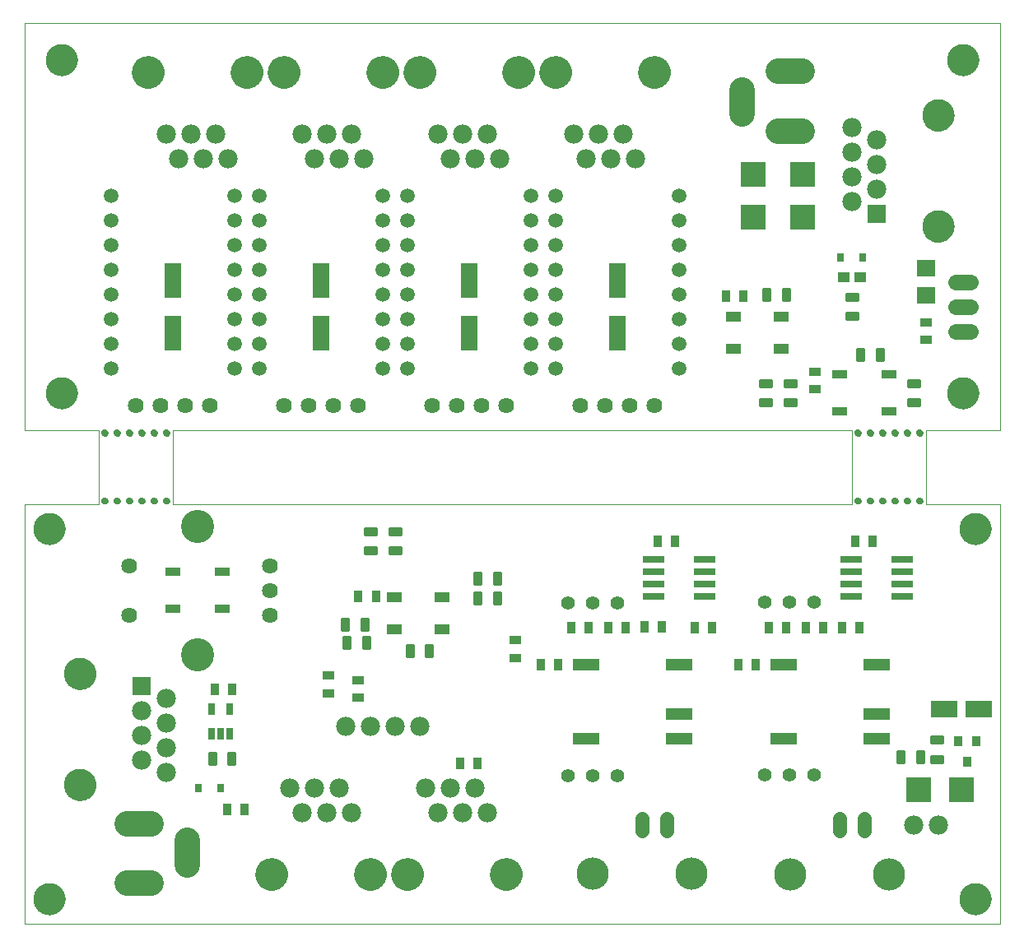
<source format=gts>
G75*
G70*
%OFA0B0*%
%FSLAX24Y24*%
%IPPOS*%
%LPD*%
%AMOC8*
5,1,8,0,0,1.08239X$1,22.5*
%
%ADD10C,0.0000*%
%ADD11C,0.1300*%
%ADD12C,0.0276*%
%ADD13C,0.0089*%
%ADD14R,0.0512X0.0355*%
%ADD15R,0.0631X0.0394*%
%ADD16R,0.0355X0.0512*%
%ADD17C,0.0640*%
%ADD18C,0.0594*%
%ADD19R,0.0670X0.1418*%
%ADD20C,0.0780*%
%ADD21C,0.1320*%
%ADD22R,0.0473X0.0434*%
%ADD23C,0.0640*%
%ADD24R,0.0749X0.0670*%
%ADD25R,0.0780X0.0780*%
%ADD26R,0.0640X0.0340*%
%ADD27C,0.1024*%
%ADD28R,0.0288X0.0367*%
%ADD29R,0.0985X0.0985*%
%ADD30C,0.0555*%
%ADD31C,0.1306*%
%ADD32C,0.0555*%
%ADD33R,0.0910X0.0280*%
%ADD34R,0.0257X0.0512*%
%ADD35R,0.0355X0.0394*%
%ADD36C,0.1340*%
%ADD37R,0.1064X0.0670*%
%ADD38R,0.1064X0.0512*%
D10*
X002142Y009407D02*
X002142Y026407D01*
X005142Y026407D01*
X005142Y029407D01*
X002142Y029407D01*
X002142Y045907D01*
X041642Y045907D01*
X041642Y029407D01*
X038642Y029407D01*
X038642Y026407D01*
X041642Y026407D01*
X041642Y009407D01*
X002142Y009407D01*
X002512Y010407D02*
X002514Y010457D01*
X002520Y010507D01*
X002530Y010556D01*
X002544Y010604D01*
X002561Y010651D01*
X002582Y010696D01*
X002607Y010740D01*
X002635Y010781D01*
X002667Y010820D01*
X002701Y010857D01*
X002738Y010891D01*
X002778Y010921D01*
X002820Y010948D01*
X002864Y010972D01*
X002910Y010993D01*
X002957Y011009D01*
X003005Y011022D01*
X003055Y011031D01*
X003104Y011036D01*
X003155Y011037D01*
X003205Y011034D01*
X003254Y011027D01*
X003303Y011016D01*
X003351Y011001D01*
X003397Y010983D01*
X003442Y010961D01*
X003485Y010935D01*
X003526Y010906D01*
X003565Y010874D01*
X003601Y010839D01*
X003633Y010801D01*
X003663Y010761D01*
X003690Y010718D01*
X003713Y010674D01*
X003732Y010628D01*
X003748Y010580D01*
X003760Y010531D01*
X003768Y010482D01*
X003772Y010432D01*
X003772Y010382D01*
X003768Y010332D01*
X003760Y010283D01*
X003748Y010234D01*
X003732Y010186D01*
X003713Y010140D01*
X003690Y010096D01*
X003663Y010053D01*
X003633Y010013D01*
X003601Y009975D01*
X003565Y009940D01*
X003526Y009908D01*
X003485Y009879D01*
X003442Y009853D01*
X003397Y009831D01*
X003351Y009813D01*
X003303Y009798D01*
X003254Y009787D01*
X003205Y009780D01*
X003155Y009777D01*
X003104Y009778D01*
X003055Y009783D01*
X003005Y009792D01*
X002957Y009805D01*
X002910Y009821D01*
X002864Y009842D01*
X002820Y009866D01*
X002778Y009893D01*
X002738Y009923D01*
X002701Y009957D01*
X002667Y009994D01*
X002635Y010033D01*
X002607Y010074D01*
X002582Y010118D01*
X002561Y010163D01*
X002544Y010210D01*
X002530Y010258D01*
X002520Y010307D01*
X002514Y010357D01*
X002512Y010407D01*
X003762Y015032D02*
X003764Y015082D01*
X003770Y015132D01*
X003780Y015181D01*
X003794Y015229D01*
X003811Y015276D01*
X003832Y015321D01*
X003857Y015365D01*
X003885Y015406D01*
X003917Y015445D01*
X003951Y015482D01*
X003988Y015516D01*
X004028Y015546D01*
X004070Y015573D01*
X004114Y015597D01*
X004160Y015618D01*
X004207Y015634D01*
X004255Y015647D01*
X004305Y015656D01*
X004354Y015661D01*
X004405Y015662D01*
X004455Y015659D01*
X004504Y015652D01*
X004553Y015641D01*
X004601Y015626D01*
X004647Y015608D01*
X004692Y015586D01*
X004735Y015560D01*
X004776Y015531D01*
X004815Y015499D01*
X004851Y015464D01*
X004883Y015426D01*
X004913Y015386D01*
X004940Y015343D01*
X004963Y015299D01*
X004982Y015253D01*
X004998Y015205D01*
X005010Y015156D01*
X005018Y015107D01*
X005022Y015057D01*
X005022Y015007D01*
X005018Y014957D01*
X005010Y014908D01*
X004998Y014859D01*
X004982Y014811D01*
X004963Y014765D01*
X004940Y014721D01*
X004913Y014678D01*
X004883Y014638D01*
X004851Y014600D01*
X004815Y014565D01*
X004776Y014533D01*
X004735Y014504D01*
X004692Y014478D01*
X004647Y014456D01*
X004601Y014438D01*
X004553Y014423D01*
X004504Y014412D01*
X004455Y014405D01*
X004405Y014402D01*
X004354Y014403D01*
X004305Y014408D01*
X004255Y014417D01*
X004207Y014430D01*
X004160Y014446D01*
X004114Y014467D01*
X004070Y014491D01*
X004028Y014518D01*
X003988Y014548D01*
X003951Y014582D01*
X003917Y014619D01*
X003885Y014658D01*
X003857Y014699D01*
X003832Y014743D01*
X003811Y014788D01*
X003794Y014835D01*
X003780Y014883D01*
X003770Y014932D01*
X003764Y014982D01*
X003762Y015032D01*
X003762Y019532D02*
X003764Y019582D01*
X003770Y019632D01*
X003780Y019681D01*
X003794Y019729D01*
X003811Y019776D01*
X003832Y019821D01*
X003857Y019865D01*
X003885Y019906D01*
X003917Y019945D01*
X003951Y019982D01*
X003988Y020016D01*
X004028Y020046D01*
X004070Y020073D01*
X004114Y020097D01*
X004160Y020118D01*
X004207Y020134D01*
X004255Y020147D01*
X004305Y020156D01*
X004354Y020161D01*
X004405Y020162D01*
X004455Y020159D01*
X004504Y020152D01*
X004553Y020141D01*
X004601Y020126D01*
X004647Y020108D01*
X004692Y020086D01*
X004735Y020060D01*
X004776Y020031D01*
X004815Y019999D01*
X004851Y019964D01*
X004883Y019926D01*
X004913Y019886D01*
X004940Y019843D01*
X004963Y019799D01*
X004982Y019753D01*
X004998Y019705D01*
X005010Y019656D01*
X005018Y019607D01*
X005022Y019557D01*
X005022Y019507D01*
X005018Y019457D01*
X005010Y019408D01*
X004998Y019359D01*
X004982Y019311D01*
X004963Y019265D01*
X004940Y019221D01*
X004913Y019178D01*
X004883Y019138D01*
X004851Y019100D01*
X004815Y019065D01*
X004776Y019033D01*
X004735Y019004D01*
X004692Y018978D01*
X004647Y018956D01*
X004601Y018938D01*
X004553Y018923D01*
X004504Y018912D01*
X004455Y018905D01*
X004405Y018902D01*
X004354Y018903D01*
X004305Y018908D01*
X004255Y018917D01*
X004207Y018930D01*
X004160Y018946D01*
X004114Y018967D01*
X004070Y018991D01*
X004028Y019018D01*
X003988Y019048D01*
X003951Y019082D01*
X003917Y019119D01*
X003885Y019158D01*
X003857Y019199D01*
X003832Y019243D01*
X003811Y019288D01*
X003794Y019335D01*
X003780Y019383D01*
X003770Y019432D01*
X003764Y019482D01*
X003762Y019532D01*
X002512Y025407D02*
X002514Y025457D01*
X002520Y025507D01*
X002530Y025556D01*
X002544Y025604D01*
X002561Y025651D01*
X002582Y025696D01*
X002607Y025740D01*
X002635Y025781D01*
X002667Y025820D01*
X002701Y025857D01*
X002738Y025891D01*
X002778Y025921D01*
X002820Y025948D01*
X002864Y025972D01*
X002910Y025993D01*
X002957Y026009D01*
X003005Y026022D01*
X003055Y026031D01*
X003104Y026036D01*
X003155Y026037D01*
X003205Y026034D01*
X003254Y026027D01*
X003303Y026016D01*
X003351Y026001D01*
X003397Y025983D01*
X003442Y025961D01*
X003485Y025935D01*
X003526Y025906D01*
X003565Y025874D01*
X003601Y025839D01*
X003633Y025801D01*
X003663Y025761D01*
X003690Y025718D01*
X003713Y025674D01*
X003732Y025628D01*
X003748Y025580D01*
X003760Y025531D01*
X003768Y025482D01*
X003772Y025432D01*
X003772Y025382D01*
X003768Y025332D01*
X003760Y025283D01*
X003748Y025234D01*
X003732Y025186D01*
X003713Y025140D01*
X003690Y025096D01*
X003663Y025053D01*
X003633Y025013D01*
X003601Y024975D01*
X003565Y024940D01*
X003526Y024908D01*
X003485Y024879D01*
X003442Y024853D01*
X003397Y024831D01*
X003351Y024813D01*
X003303Y024798D01*
X003254Y024787D01*
X003205Y024780D01*
X003155Y024777D01*
X003104Y024778D01*
X003055Y024783D01*
X003005Y024792D01*
X002957Y024805D01*
X002910Y024821D01*
X002864Y024842D01*
X002820Y024866D01*
X002778Y024893D01*
X002738Y024923D01*
X002701Y024957D01*
X002667Y024994D01*
X002635Y025033D01*
X002607Y025074D01*
X002582Y025118D01*
X002561Y025163D01*
X002544Y025210D01*
X002530Y025258D01*
X002520Y025307D01*
X002514Y025357D01*
X002512Y025407D01*
X005274Y026532D02*
X005276Y026553D01*
X005282Y026573D01*
X005291Y026593D01*
X005303Y026610D01*
X005318Y026624D01*
X005336Y026636D01*
X005356Y026644D01*
X005376Y026649D01*
X005397Y026650D01*
X005418Y026647D01*
X005438Y026641D01*
X005457Y026630D01*
X005474Y026617D01*
X005487Y026601D01*
X005498Y026583D01*
X005506Y026563D01*
X005510Y026543D01*
X005510Y026521D01*
X005506Y026501D01*
X005498Y026481D01*
X005487Y026463D01*
X005474Y026447D01*
X005457Y026434D01*
X005438Y026423D01*
X005418Y026417D01*
X005397Y026414D01*
X005376Y026415D01*
X005356Y026420D01*
X005336Y026428D01*
X005318Y026440D01*
X005303Y026454D01*
X005291Y026471D01*
X005282Y026491D01*
X005276Y026511D01*
X005274Y026532D01*
X005774Y026532D02*
X005776Y026553D01*
X005782Y026573D01*
X005791Y026593D01*
X005803Y026610D01*
X005818Y026624D01*
X005836Y026636D01*
X005856Y026644D01*
X005876Y026649D01*
X005897Y026650D01*
X005918Y026647D01*
X005938Y026641D01*
X005957Y026630D01*
X005974Y026617D01*
X005987Y026601D01*
X005998Y026583D01*
X006006Y026563D01*
X006010Y026543D01*
X006010Y026521D01*
X006006Y026501D01*
X005998Y026481D01*
X005987Y026463D01*
X005974Y026447D01*
X005957Y026434D01*
X005938Y026423D01*
X005918Y026417D01*
X005897Y026414D01*
X005876Y026415D01*
X005856Y026420D01*
X005836Y026428D01*
X005818Y026440D01*
X005803Y026454D01*
X005791Y026471D01*
X005782Y026491D01*
X005776Y026511D01*
X005774Y026532D01*
X006274Y026532D02*
X006276Y026553D01*
X006282Y026573D01*
X006291Y026593D01*
X006303Y026610D01*
X006318Y026624D01*
X006336Y026636D01*
X006356Y026644D01*
X006376Y026649D01*
X006397Y026650D01*
X006418Y026647D01*
X006438Y026641D01*
X006457Y026630D01*
X006474Y026617D01*
X006487Y026601D01*
X006498Y026583D01*
X006506Y026563D01*
X006510Y026543D01*
X006510Y026521D01*
X006506Y026501D01*
X006498Y026481D01*
X006487Y026463D01*
X006474Y026447D01*
X006457Y026434D01*
X006438Y026423D01*
X006418Y026417D01*
X006397Y026414D01*
X006376Y026415D01*
X006356Y026420D01*
X006336Y026428D01*
X006318Y026440D01*
X006303Y026454D01*
X006291Y026471D01*
X006282Y026491D01*
X006276Y026511D01*
X006274Y026532D01*
X006774Y026532D02*
X006776Y026553D01*
X006782Y026573D01*
X006791Y026593D01*
X006803Y026610D01*
X006818Y026624D01*
X006836Y026636D01*
X006856Y026644D01*
X006876Y026649D01*
X006897Y026650D01*
X006918Y026647D01*
X006938Y026641D01*
X006957Y026630D01*
X006974Y026617D01*
X006987Y026601D01*
X006998Y026583D01*
X007006Y026563D01*
X007010Y026543D01*
X007010Y026521D01*
X007006Y026501D01*
X006998Y026481D01*
X006987Y026463D01*
X006974Y026447D01*
X006957Y026434D01*
X006938Y026423D01*
X006918Y026417D01*
X006897Y026414D01*
X006876Y026415D01*
X006856Y026420D01*
X006836Y026428D01*
X006818Y026440D01*
X006803Y026454D01*
X006791Y026471D01*
X006782Y026491D01*
X006776Y026511D01*
X006774Y026532D01*
X007274Y026532D02*
X007276Y026553D01*
X007282Y026573D01*
X007291Y026593D01*
X007303Y026610D01*
X007318Y026624D01*
X007336Y026636D01*
X007356Y026644D01*
X007376Y026649D01*
X007397Y026650D01*
X007418Y026647D01*
X007438Y026641D01*
X007457Y026630D01*
X007474Y026617D01*
X007487Y026601D01*
X007498Y026583D01*
X007506Y026563D01*
X007510Y026543D01*
X007510Y026521D01*
X007506Y026501D01*
X007498Y026481D01*
X007487Y026463D01*
X007474Y026447D01*
X007457Y026434D01*
X007438Y026423D01*
X007418Y026417D01*
X007397Y026414D01*
X007376Y026415D01*
X007356Y026420D01*
X007336Y026428D01*
X007318Y026440D01*
X007303Y026454D01*
X007291Y026471D01*
X007282Y026491D01*
X007276Y026511D01*
X007274Y026532D01*
X007774Y026532D02*
X007776Y026553D01*
X007782Y026573D01*
X007791Y026593D01*
X007803Y026610D01*
X007818Y026624D01*
X007836Y026636D01*
X007856Y026644D01*
X007876Y026649D01*
X007897Y026650D01*
X007918Y026647D01*
X007938Y026641D01*
X007957Y026630D01*
X007974Y026617D01*
X007987Y026601D01*
X007998Y026583D01*
X008006Y026563D01*
X008010Y026543D01*
X008010Y026521D01*
X008006Y026501D01*
X007998Y026481D01*
X007987Y026463D01*
X007974Y026447D01*
X007957Y026434D01*
X007938Y026423D01*
X007918Y026417D01*
X007897Y026414D01*
X007876Y026415D01*
X007856Y026420D01*
X007836Y026428D01*
X007818Y026440D01*
X007803Y026454D01*
X007791Y026471D01*
X007782Y026491D01*
X007776Y026511D01*
X007774Y026532D01*
X008142Y026407D02*
X008142Y029407D01*
X035642Y029407D01*
X035642Y026407D01*
X008142Y026407D01*
X007774Y029282D02*
X007776Y029303D01*
X007782Y029323D01*
X007791Y029343D01*
X007803Y029360D01*
X007818Y029374D01*
X007836Y029386D01*
X007856Y029394D01*
X007876Y029399D01*
X007897Y029400D01*
X007918Y029397D01*
X007938Y029391D01*
X007957Y029380D01*
X007974Y029367D01*
X007987Y029351D01*
X007998Y029333D01*
X008006Y029313D01*
X008010Y029293D01*
X008010Y029271D01*
X008006Y029251D01*
X007998Y029231D01*
X007987Y029213D01*
X007974Y029197D01*
X007957Y029184D01*
X007938Y029173D01*
X007918Y029167D01*
X007897Y029164D01*
X007876Y029165D01*
X007856Y029170D01*
X007836Y029178D01*
X007818Y029190D01*
X007803Y029204D01*
X007791Y029221D01*
X007782Y029241D01*
X007776Y029261D01*
X007774Y029282D01*
X007274Y029282D02*
X007276Y029303D01*
X007282Y029323D01*
X007291Y029343D01*
X007303Y029360D01*
X007318Y029374D01*
X007336Y029386D01*
X007356Y029394D01*
X007376Y029399D01*
X007397Y029400D01*
X007418Y029397D01*
X007438Y029391D01*
X007457Y029380D01*
X007474Y029367D01*
X007487Y029351D01*
X007498Y029333D01*
X007506Y029313D01*
X007510Y029293D01*
X007510Y029271D01*
X007506Y029251D01*
X007498Y029231D01*
X007487Y029213D01*
X007474Y029197D01*
X007457Y029184D01*
X007438Y029173D01*
X007418Y029167D01*
X007397Y029164D01*
X007376Y029165D01*
X007356Y029170D01*
X007336Y029178D01*
X007318Y029190D01*
X007303Y029204D01*
X007291Y029221D01*
X007282Y029241D01*
X007276Y029261D01*
X007274Y029282D01*
X006774Y029282D02*
X006776Y029303D01*
X006782Y029323D01*
X006791Y029343D01*
X006803Y029360D01*
X006818Y029374D01*
X006836Y029386D01*
X006856Y029394D01*
X006876Y029399D01*
X006897Y029400D01*
X006918Y029397D01*
X006938Y029391D01*
X006957Y029380D01*
X006974Y029367D01*
X006987Y029351D01*
X006998Y029333D01*
X007006Y029313D01*
X007010Y029293D01*
X007010Y029271D01*
X007006Y029251D01*
X006998Y029231D01*
X006987Y029213D01*
X006974Y029197D01*
X006957Y029184D01*
X006938Y029173D01*
X006918Y029167D01*
X006897Y029164D01*
X006876Y029165D01*
X006856Y029170D01*
X006836Y029178D01*
X006818Y029190D01*
X006803Y029204D01*
X006791Y029221D01*
X006782Y029241D01*
X006776Y029261D01*
X006774Y029282D01*
X006274Y029282D02*
X006276Y029303D01*
X006282Y029323D01*
X006291Y029343D01*
X006303Y029360D01*
X006318Y029374D01*
X006336Y029386D01*
X006356Y029394D01*
X006376Y029399D01*
X006397Y029400D01*
X006418Y029397D01*
X006438Y029391D01*
X006457Y029380D01*
X006474Y029367D01*
X006487Y029351D01*
X006498Y029333D01*
X006506Y029313D01*
X006510Y029293D01*
X006510Y029271D01*
X006506Y029251D01*
X006498Y029231D01*
X006487Y029213D01*
X006474Y029197D01*
X006457Y029184D01*
X006438Y029173D01*
X006418Y029167D01*
X006397Y029164D01*
X006376Y029165D01*
X006356Y029170D01*
X006336Y029178D01*
X006318Y029190D01*
X006303Y029204D01*
X006291Y029221D01*
X006282Y029241D01*
X006276Y029261D01*
X006274Y029282D01*
X005774Y029282D02*
X005776Y029303D01*
X005782Y029323D01*
X005791Y029343D01*
X005803Y029360D01*
X005818Y029374D01*
X005836Y029386D01*
X005856Y029394D01*
X005876Y029399D01*
X005897Y029400D01*
X005918Y029397D01*
X005938Y029391D01*
X005957Y029380D01*
X005974Y029367D01*
X005987Y029351D01*
X005998Y029333D01*
X006006Y029313D01*
X006010Y029293D01*
X006010Y029271D01*
X006006Y029251D01*
X005998Y029231D01*
X005987Y029213D01*
X005974Y029197D01*
X005957Y029184D01*
X005938Y029173D01*
X005918Y029167D01*
X005897Y029164D01*
X005876Y029165D01*
X005856Y029170D01*
X005836Y029178D01*
X005818Y029190D01*
X005803Y029204D01*
X005791Y029221D01*
X005782Y029241D01*
X005776Y029261D01*
X005774Y029282D01*
X005274Y029282D02*
X005276Y029303D01*
X005282Y029323D01*
X005291Y029343D01*
X005303Y029360D01*
X005318Y029374D01*
X005336Y029386D01*
X005356Y029394D01*
X005376Y029399D01*
X005397Y029400D01*
X005418Y029397D01*
X005438Y029391D01*
X005457Y029380D01*
X005474Y029367D01*
X005487Y029351D01*
X005498Y029333D01*
X005506Y029313D01*
X005510Y029293D01*
X005510Y029271D01*
X005506Y029251D01*
X005498Y029231D01*
X005487Y029213D01*
X005474Y029197D01*
X005457Y029184D01*
X005438Y029173D01*
X005418Y029167D01*
X005397Y029164D01*
X005376Y029165D01*
X005356Y029170D01*
X005336Y029178D01*
X005318Y029190D01*
X005303Y029204D01*
X005291Y029221D01*
X005282Y029241D01*
X005276Y029261D01*
X005274Y029282D01*
X003012Y030907D02*
X003014Y030957D01*
X003020Y031007D01*
X003030Y031056D01*
X003044Y031104D01*
X003061Y031151D01*
X003082Y031196D01*
X003107Y031240D01*
X003135Y031281D01*
X003167Y031320D01*
X003201Y031357D01*
X003238Y031391D01*
X003278Y031421D01*
X003320Y031448D01*
X003364Y031472D01*
X003410Y031493D01*
X003457Y031509D01*
X003505Y031522D01*
X003555Y031531D01*
X003604Y031536D01*
X003655Y031537D01*
X003705Y031534D01*
X003754Y031527D01*
X003803Y031516D01*
X003851Y031501D01*
X003897Y031483D01*
X003942Y031461D01*
X003985Y031435D01*
X004026Y031406D01*
X004065Y031374D01*
X004101Y031339D01*
X004133Y031301D01*
X004163Y031261D01*
X004190Y031218D01*
X004213Y031174D01*
X004232Y031128D01*
X004248Y031080D01*
X004260Y031031D01*
X004268Y030982D01*
X004272Y030932D01*
X004272Y030882D01*
X004268Y030832D01*
X004260Y030783D01*
X004248Y030734D01*
X004232Y030686D01*
X004213Y030640D01*
X004190Y030596D01*
X004163Y030553D01*
X004133Y030513D01*
X004101Y030475D01*
X004065Y030440D01*
X004026Y030408D01*
X003985Y030379D01*
X003942Y030353D01*
X003897Y030331D01*
X003851Y030313D01*
X003803Y030298D01*
X003754Y030287D01*
X003705Y030280D01*
X003655Y030277D01*
X003604Y030278D01*
X003555Y030283D01*
X003505Y030292D01*
X003457Y030305D01*
X003410Y030321D01*
X003364Y030342D01*
X003320Y030366D01*
X003278Y030393D01*
X003238Y030423D01*
X003201Y030457D01*
X003167Y030494D01*
X003135Y030533D01*
X003107Y030574D01*
X003082Y030618D01*
X003061Y030663D01*
X003044Y030710D01*
X003030Y030758D01*
X003020Y030807D01*
X003014Y030857D01*
X003012Y030907D01*
X006502Y043907D02*
X006504Y043957D01*
X006510Y044007D01*
X006520Y044056D01*
X006533Y044105D01*
X006551Y044152D01*
X006572Y044198D01*
X006596Y044241D01*
X006624Y044283D01*
X006655Y044323D01*
X006689Y044360D01*
X006726Y044394D01*
X006766Y044425D01*
X006808Y044453D01*
X006851Y044477D01*
X006897Y044498D01*
X006944Y044516D01*
X006993Y044529D01*
X007042Y044539D01*
X007092Y044545D01*
X007142Y044547D01*
X007192Y044545D01*
X007242Y044539D01*
X007291Y044529D01*
X007340Y044516D01*
X007387Y044498D01*
X007433Y044477D01*
X007476Y044453D01*
X007518Y044425D01*
X007558Y044394D01*
X007595Y044360D01*
X007629Y044323D01*
X007660Y044283D01*
X007688Y044241D01*
X007712Y044198D01*
X007733Y044152D01*
X007751Y044105D01*
X007764Y044056D01*
X007774Y044007D01*
X007780Y043957D01*
X007782Y043907D01*
X007780Y043857D01*
X007774Y043807D01*
X007764Y043758D01*
X007751Y043709D01*
X007733Y043662D01*
X007712Y043616D01*
X007688Y043573D01*
X007660Y043531D01*
X007629Y043491D01*
X007595Y043454D01*
X007558Y043420D01*
X007518Y043389D01*
X007476Y043361D01*
X007433Y043337D01*
X007387Y043316D01*
X007340Y043298D01*
X007291Y043285D01*
X007242Y043275D01*
X007192Y043269D01*
X007142Y043267D01*
X007092Y043269D01*
X007042Y043275D01*
X006993Y043285D01*
X006944Y043298D01*
X006897Y043316D01*
X006851Y043337D01*
X006808Y043361D01*
X006766Y043389D01*
X006726Y043420D01*
X006689Y043454D01*
X006655Y043491D01*
X006624Y043531D01*
X006596Y043573D01*
X006572Y043616D01*
X006551Y043662D01*
X006533Y043709D01*
X006520Y043758D01*
X006510Y043807D01*
X006504Y043857D01*
X006502Y043907D01*
X003012Y044407D02*
X003014Y044457D01*
X003020Y044507D01*
X003030Y044556D01*
X003044Y044604D01*
X003061Y044651D01*
X003082Y044696D01*
X003107Y044740D01*
X003135Y044781D01*
X003167Y044820D01*
X003201Y044857D01*
X003238Y044891D01*
X003278Y044921D01*
X003320Y044948D01*
X003364Y044972D01*
X003410Y044993D01*
X003457Y045009D01*
X003505Y045022D01*
X003555Y045031D01*
X003604Y045036D01*
X003655Y045037D01*
X003705Y045034D01*
X003754Y045027D01*
X003803Y045016D01*
X003851Y045001D01*
X003897Y044983D01*
X003942Y044961D01*
X003985Y044935D01*
X004026Y044906D01*
X004065Y044874D01*
X004101Y044839D01*
X004133Y044801D01*
X004163Y044761D01*
X004190Y044718D01*
X004213Y044674D01*
X004232Y044628D01*
X004248Y044580D01*
X004260Y044531D01*
X004268Y044482D01*
X004272Y044432D01*
X004272Y044382D01*
X004268Y044332D01*
X004260Y044283D01*
X004248Y044234D01*
X004232Y044186D01*
X004213Y044140D01*
X004190Y044096D01*
X004163Y044053D01*
X004133Y044013D01*
X004101Y043975D01*
X004065Y043940D01*
X004026Y043908D01*
X003985Y043879D01*
X003942Y043853D01*
X003897Y043831D01*
X003851Y043813D01*
X003803Y043798D01*
X003754Y043787D01*
X003705Y043780D01*
X003655Y043777D01*
X003604Y043778D01*
X003555Y043783D01*
X003505Y043792D01*
X003457Y043805D01*
X003410Y043821D01*
X003364Y043842D01*
X003320Y043866D01*
X003278Y043893D01*
X003238Y043923D01*
X003201Y043957D01*
X003167Y043994D01*
X003135Y044033D01*
X003107Y044074D01*
X003082Y044118D01*
X003061Y044163D01*
X003044Y044210D01*
X003030Y044258D01*
X003020Y044307D01*
X003014Y044357D01*
X003012Y044407D01*
X010502Y043907D02*
X010504Y043957D01*
X010510Y044007D01*
X010520Y044056D01*
X010533Y044105D01*
X010551Y044152D01*
X010572Y044198D01*
X010596Y044241D01*
X010624Y044283D01*
X010655Y044323D01*
X010689Y044360D01*
X010726Y044394D01*
X010766Y044425D01*
X010808Y044453D01*
X010851Y044477D01*
X010897Y044498D01*
X010944Y044516D01*
X010993Y044529D01*
X011042Y044539D01*
X011092Y044545D01*
X011142Y044547D01*
X011192Y044545D01*
X011242Y044539D01*
X011291Y044529D01*
X011340Y044516D01*
X011387Y044498D01*
X011433Y044477D01*
X011476Y044453D01*
X011518Y044425D01*
X011558Y044394D01*
X011595Y044360D01*
X011629Y044323D01*
X011660Y044283D01*
X011688Y044241D01*
X011712Y044198D01*
X011733Y044152D01*
X011751Y044105D01*
X011764Y044056D01*
X011774Y044007D01*
X011780Y043957D01*
X011782Y043907D01*
X011780Y043857D01*
X011774Y043807D01*
X011764Y043758D01*
X011751Y043709D01*
X011733Y043662D01*
X011712Y043616D01*
X011688Y043573D01*
X011660Y043531D01*
X011629Y043491D01*
X011595Y043454D01*
X011558Y043420D01*
X011518Y043389D01*
X011476Y043361D01*
X011433Y043337D01*
X011387Y043316D01*
X011340Y043298D01*
X011291Y043285D01*
X011242Y043275D01*
X011192Y043269D01*
X011142Y043267D01*
X011092Y043269D01*
X011042Y043275D01*
X010993Y043285D01*
X010944Y043298D01*
X010897Y043316D01*
X010851Y043337D01*
X010808Y043361D01*
X010766Y043389D01*
X010726Y043420D01*
X010689Y043454D01*
X010655Y043491D01*
X010624Y043531D01*
X010596Y043573D01*
X010572Y043616D01*
X010551Y043662D01*
X010533Y043709D01*
X010520Y043758D01*
X010510Y043807D01*
X010504Y043857D01*
X010502Y043907D01*
X012002Y043907D02*
X012004Y043957D01*
X012010Y044007D01*
X012020Y044056D01*
X012033Y044105D01*
X012051Y044152D01*
X012072Y044198D01*
X012096Y044241D01*
X012124Y044283D01*
X012155Y044323D01*
X012189Y044360D01*
X012226Y044394D01*
X012266Y044425D01*
X012308Y044453D01*
X012351Y044477D01*
X012397Y044498D01*
X012444Y044516D01*
X012493Y044529D01*
X012542Y044539D01*
X012592Y044545D01*
X012642Y044547D01*
X012692Y044545D01*
X012742Y044539D01*
X012791Y044529D01*
X012840Y044516D01*
X012887Y044498D01*
X012933Y044477D01*
X012976Y044453D01*
X013018Y044425D01*
X013058Y044394D01*
X013095Y044360D01*
X013129Y044323D01*
X013160Y044283D01*
X013188Y044241D01*
X013212Y044198D01*
X013233Y044152D01*
X013251Y044105D01*
X013264Y044056D01*
X013274Y044007D01*
X013280Y043957D01*
X013282Y043907D01*
X013280Y043857D01*
X013274Y043807D01*
X013264Y043758D01*
X013251Y043709D01*
X013233Y043662D01*
X013212Y043616D01*
X013188Y043573D01*
X013160Y043531D01*
X013129Y043491D01*
X013095Y043454D01*
X013058Y043420D01*
X013018Y043389D01*
X012976Y043361D01*
X012933Y043337D01*
X012887Y043316D01*
X012840Y043298D01*
X012791Y043285D01*
X012742Y043275D01*
X012692Y043269D01*
X012642Y043267D01*
X012592Y043269D01*
X012542Y043275D01*
X012493Y043285D01*
X012444Y043298D01*
X012397Y043316D01*
X012351Y043337D01*
X012308Y043361D01*
X012266Y043389D01*
X012226Y043420D01*
X012189Y043454D01*
X012155Y043491D01*
X012124Y043531D01*
X012096Y043573D01*
X012072Y043616D01*
X012051Y043662D01*
X012033Y043709D01*
X012020Y043758D01*
X012010Y043807D01*
X012004Y043857D01*
X012002Y043907D01*
X016002Y043907D02*
X016004Y043957D01*
X016010Y044007D01*
X016020Y044056D01*
X016033Y044105D01*
X016051Y044152D01*
X016072Y044198D01*
X016096Y044241D01*
X016124Y044283D01*
X016155Y044323D01*
X016189Y044360D01*
X016226Y044394D01*
X016266Y044425D01*
X016308Y044453D01*
X016351Y044477D01*
X016397Y044498D01*
X016444Y044516D01*
X016493Y044529D01*
X016542Y044539D01*
X016592Y044545D01*
X016642Y044547D01*
X016692Y044545D01*
X016742Y044539D01*
X016791Y044529D01*
X016840Y044516D01*
X016887Y044498D01*
X016933Y044477D01*
X016976Y044453D01*
X017018Y044425D01*
X017058Y044394D01*
X017095Y044360D01*
X017129Y044323D01*
X017160Y044283D01*
X017188Y044241D01*
X017212Y044198D01*
X017233Y044152D01*
X017251Y044105D01*
X017264Y044056D01*
X017274Y044007D01*
X017280Y043957D01*
X017282Y043907D01*
X017280Y043857D01*
X017274Y043807D01*
X017264Y043758D01*
X017251Y043709D01*
X017233Y043662D01*
X017212Y043616D01*
X017188Y043573D01*
X017160Y043531D01*
X017129Y043491D01*
X017095Y043454D01*
X017058Y043420D01*
X017018Y043389D01*
X016976Y043361D01*
X016933Y043337D01*
X016887Y043316D01*
X016840Y043298D01*
X016791Y043285D01*
X016742Y043275D01*
X016692Y043269D01*
X016642Y043267D01*
X016592Y043269D01*
X016542Y043275D01*
X016493Y043285D01*
X016444Y043298D01*
X016397Y043316D01*
X016351Y043337D01*
X016308Y043361D01*
X016266Y043389D01*
X016226Y043420D01*
X016189Y043454D01*
X016155Y043491D01*
X016124Y043531D01*
X016096Y043573D01*
X016072Y043616D01*
X016051Y043662D01*
X016033Y043709D01*
X016020Y043758D01*
X016010Y043807D01*
X016004Y043857D01*
X016002Y043907D01*
X017502Y043907D02*
X017504Y043957D01*
X017510Y044007D01*
X017520Y044056D01*
X017533Y044105D01*
X017551Y044152D01*
X017572Y044198D01*
X017596Y044241D01*
X017624Y044283D01*
X017655Y044323D01*
X017689Y044360D01*
X017726Y044394D01*
X017766Y044425D01*
X017808Y044453D01*
X017851Y044477D01*
X017897Y044498D01*
X017944Y044516D01*
X017993Y044529D01*
X018042Y044539D01*
X018092Y044545D01*
X018142Y044547D01*
X018192Y044545D01*
X018242Y044539D01*
X018291Y044529D01*
X018340Y044516D01*
X018387Y044498D01*
X018433Y044477D01*
X018476Y044453D01*
X018518Y044425D01*
X018558Y044394D01*
X018595Y044360D01*
X018629Y044323D01*
X018660Y044283D01*
X018688Y044241D01*
X018712Y044198D01*
X018733Y044152D01*
X018751Y044105D01*
X018764Y044056D01*
X018774Y044007D01*
X018780Y043957D01*
X018782Y043907D01*
X018780Y043857D01*
X018774Y043807D01*
X018764Y043758D01*
X018751Y043709D01*
X018733Y043662D01*
X018712Y043616D01*
X018688Y043573D01*
X018660Y043531D01*
X018629Y043491D01*
X018595Y043454D01*
X018558Y043420D01*
X018518Y043389D01*
X018476Y043361D01*
X018433Y043337D01*
X018387Y043316D01*
X018340Y043298D01*
X018291Y043285D01*
X018242Y043275D01*
X018192Y043269D01*
X018142Y043267D01*
X018092Y043269D01*
X018042Y043275D01*
X017993Y043285D01*
X017944Y043298D01*
X017897Y043316D01*
X017851Y043337D01*
X017808Y043361D01*
X017766Y043389D01*
X017726Y043420D01*
X017689Y043454D01*
X017655Y043491D01*
X017624Y043531D01*
X017596Y043573D01*
X017572Y043616D01*
X017551Y043662D01*
X017533Y043709D01*
X017520Y043758D01*
X017510Y043807D01*
X017504Y043857D01*
X017502Y043907D01*
X021502Y043907D02*
X021504Y043957D01*
X021510Y044007D01*
X021520Y044056D01*
X021533Y044105D01*
X021551Y044152D01*
X021572Y044198D01*
X021596Y044241D01*
X021624Y044283D01*
X021655Y044323D01*
X021689Y044360D01*
X021726Y044394D01*
X021766Y044425D01*
X021808Y044453D01*
X021851Y044477D01*
X021897Y044498D01*
X021944Y044516D01*
X021993Y044529D01*
X022042Y044539D01*
X022092Y044545D01*
X022142Y044547D01*
X022192Y044545D01*
X022242Y044539D01*
X022291Y044529D01*
X022340Y044516D01*
X022387Y044498D01*
X022433Y044477D01*
X022476Y044453D01*
X022518Y044425D01*
X022558Y044394D01*
X022595Y044360D01*
X022629Y044323D01*
X022660Y044283D01*
X022688Y044241D01*
X022712Y044198D01*
X022733Y044152D01*
X022751Y044105D01*
X022764Y044056D01*
X022774Y044007D01*
X022780Y043957D01*
X022782Y043907D01*
X022780Y043857D01*
X022774Y043807D01*
X022764Y043758D01*
X022751Y043709D01*
X022733Y043662D01*
X022712Y043616D01*
X022688Y043573D01*
X022660Y043531D01*
X022629Y043491D01*
X022595Y043454D01*
X022558Y043420D01*
X022518Y043389D01*
X022476Y043361D01*
X022433Y043337D01*
X022387Y043316D01*
X022340Y043298D01*
X022291Y043285D01*
X022242Y043275D01*
X022192Y043269D01*
X022142Y043267D01*
X022092Y043269D01*
X022042Y043275D01*
X021993Y043285D01*
X021944Y043298D01*
X021897Y043316D01*
X021851Y043337D01*
X021808Y043361D01*
X021766Y043389D01*
X021726Y043420D01*
X021689Y043454D01*
X021655Y043491D01*
X021624Y043531D01*
X021596Y043573D01*
X021572Y043616D01*
X021551Y043662D01*
X021533Y043709D01*
X021520Y043758D01*
X021510Y043807D01*
X021504Y043857D01*
X021502Y043907D01*
X023002Y043907D02*
X023004Y043957D01*
X023010Y044007D01*
X023020Y044056D01*
X023033Y044105D01*
X023051Y044152D01*
X023072Y044198D01*
X023096Y044241D01*
X023124Y044283D01*
X023155Y044323D01*
X023189Y044360D01*
X023226Y044394D01*
X023266Y044425D01*
X023308Y044453D01*
X023351Y044477D01*
X023397Y044498D01*
X023444Y044516D01*
X023493Y044529D01*
X023542Y044539D01*
X023592Y044545D01*
X023642Y044547D01*
X023692Y044545D01*
X023742Y044539D01*
X023791Y044529D01*
X023840Y044516D01*
X023887Y044498D01*
X023933Y044477D01*
X023976Y044453D01*
X024018Y044425D01*
X024058Y044394D01*
X024095Y044360D01*
X024129Y044323D01*
X024160Y044283D01*
X024188Y044241D01*
X024212Y044198D01*
X024233Y044152D01*
X024251Y044105D01*
X024264Y044056D01*
X024274Y044007D01*
X024280Y043957D01*
X024282Y043907D01*
X024280Y043857D01*
X024274Y043807D01*
X024264Y043758D01*
X024251Y043709D01*
X024233Y043662D01*
X024212Y043616D01*
X024188Y043573D01*
X024160Y043531D01*
X024129Y043491D01*
X024095Y043454D01*
X024058Y043420D01*
X024018Y043389D01*
X023976Y043361D01*
X023933Y043337D01*
X023887Y043316D01*
X023840Y043298D01*
X023791Y043285D01*
X023742Y043275D01*
X023692Y043269D01*
X023642Y043267D01*
X023592Y043269D01*
X023542Y043275D01*
X023493Y043285D01*
X023444Y043298D01*
X023397Y043316D01*
X023351Y043337D01*
X023308Y043361D01*
X023266Y043389D01*
X023226Y043420D01*
X023189Y043454D01*
X023155Y043491D01*
X023124Y043531D01*
X023096Y043573D01*
X023072Y043616D01*
X023051Y043662D01*
X023033Y043709D01*
X023020Y043758D01*
X023010Y043807D01*
X023004Y043857D01*
X023002Y043907D01*
X027002Y043907D02*
X027004Y043957D01*
X027010Y044007D01*
X027020Y044056D01*
X027033Y044105D01*
X027051Y044152D01*
X027072Y044198D01*
X027096Y044241D01*
X027124Y044283D01*
X027155Y044323D01*
X027189Y044360D01*
X027226Y044394D01*
X027266Y044425D01*
X027308Y044453D01*
X027351Y044477D01*
X027397Y044498D01*
X027444Y044516D01*
X027493Y044529D01*
X027542Y044539D01*
X027592Y044545D01*
X027642Y044547D01*
X027692Y044545D01*
X027742Y044539D01*
X027791Y044529D01*
X027840Y044516D01*
X027887Y044498D01*
X027933Y044477D01*
X027976Y044453D01*
X028018Y044425D01*
X028058Y044394D01*
X028095Y044360D01*
X028129Y044323D01*
X028160Y044283D01*
X028188Y044241D01*
X028212Y044198D01*
X028233Y044152D01*
X028251Y044105D01*
X028264Y044056D01*
X028274Y044007D01*
X028280Y043957D01*
X028282Y043907D01*
X028280Y043857D01*
X028274Y043807D01*
X028264Y043758D01*
X028251Y043709D01*
X028233Y043662D01*
X028212Y043616D01*
X028188Y043573D01*
X028160Y043531D01*
X028129Y043491D01*
X028095Y043454D01*
X028058Y043420D01*
X028018Y043389D01*
X027976Y043361D01*
X027933Y043337D01*
X027887Y043316D01*
X027840Y043298D01*
X027791Y043285D01*
X027742Y043275D01*
X027692Y043269D01*
X027642Y043267D01*
X027592Y043269D01*
X027542Y043275D01*
X027493Y043285D01*
X027444Y043298D01*
X027397Y043316D01*
X027351Y043337D01*
X027308Y043361D01*
X027266Y043389D01*
X027226Y043420D01*
X027189Y043454D01*
X027155Y043491D01*
X027124Y043531D01*
X027096Y043573D01*
X027072Y043616D01*
X027051Y043662D01*
X027033Y043709D01*
X027020Y043758D01*
X027010Y043807D01*
X027004Y043857D01*
X027002Y043907D01*
X038512Y042157D02*
X038514Y042207D01*
X038520Y042257D01*
X038530Y042306D01*
X038544Y042354D01*
X038561Y042401D01*
X038582Y042446D01*
X038607Y042490D01*
X038635Y042531D01*
X038667Y042570D01*
X038701Y042607D01*
X038738Y042641D01*
X038778Y042671D01*
X038820Y042698D01*
X038864Y042722D01*
X038910Y042743D01*
X038957Y042759D01*
X039005Y042772D01*
X039055Y042781D01*
X039104Y042786D01*
X039155Y042787D01*
X039205Y042784D01*
X039254Y042777D01*
X039303Y042766D01*
X039351Y042751D01*
X039397Y042733D01*
X039442Y042711D01*
X039485Y042685D01*
X039526Y042656D01*
X039565Y042624D01*
X039601Y042589D01*
X039633Y042551D01*
X039663Y042511D01*
X039690Y042468D01*
X039713Y042424D01*
X039732Y042378D01*
X039748Y042330D01*
X039760Y042281D01*
X039768Y042232D01*
X039772Y042182D01*
X039772Y042132D01*
X039768Y042082D01*
X039760Y042033D01*
X039748Y041984D01*
X039732Y041936D01*
X039713Y041890D01*
X039690Y041846D01*
X039663Y041803D01*
X039633Y041763D01*
X039601Y041725D01*
X039565Y041690D01*
X039526Y041658D01*
X039485Y041629D01*
X039442Y041603D01*
X039397Y041581D01*
X039351Y041563D01*
X039303Y041548D01*
X039254Y041537D01*
X039205Y041530D01*
X039155Y041527D01*
X039104Y041528D01*
X039055Y041533D01*
X039005Y041542D01*
X038957Y041555D01*
X038910Y041571D01*
X038864Y041592D01*
X038820Y041616D01*
X038778Y041643D01*
X038738Y041673D01*
X038701Y041707D01*
X038667Y041744D01*
X038635Y041783D01*
X038607Y041824D01*
X038582Y041868D01*
X038561Y041913D01*
X038544Y041960D01*
X038530Y042008D01*
X038520Y042057D01*
X038514Y042107D01*
X038512Y042157D01*
X039512Y044407D02*
X039514Y044457D01*
X039520Y044507D01*
X039530Y044556D01*
X039544Y044604D01*
X039561Y044651D01*
X039582Y044696D01*
X039607Y044740D01*
X039635Y044781D01*
X039667Y044820D01*
X039701Y044857D01*
X039738Y044891D01*
X039778Y044921D01*
X039820Y044948D01*
X039864Y044972D01*
X039910Y044993D01*
X039957Y045009D01*
X040005Y045022D01*
X040055Y045031D01*
X040104Y045036D01*
X040155Y045037D01*
X040205Y045034D01*
X040254Y045027D01*
X040303Y045016D01*
X040351Y045001D01*
X040397Y044983D01*
X040442Y044961D01*
X040485Y044935D01*
X040526Y044906D01*
X040565Y044874D01*
X040601Y044839D01*
X040633Y044801D01*
X040663Y044761D01*
X040690Y044718D01*
X040713Y044674D01*
X040732Y044628D01*
X040748Y044580D01*
X040760Y044531D01*
X040768Y044482D01*
X040772Y044432D01*
X040772Y044382D01*
X040768Y044332D01*
X040760Y044283D01*
X040748Y044234D01*
X040732Y044186D01*
X040713Y044140D01*
X040690Y044096D01*
X040663Y044053D01*
X040633Y044013D01*
X040601Y043975D01*
X040565Y043940D01*
X040526Y043908D01*
X040485Y043879D01*
X040442Y043853D01*
X040397Y043831D01*
X040351Y043813D01*
X040303Y043798D01*
X040254Y043787D01*
X040205Y043780D01*
X040155Y043777D01*
X040104Y043778D01*
X040055Y043783D01*
X040005Y043792D01*
X039957Y043805D01*
X039910Y043821D01*
X039864Y043842D01*
X039820Y043866D01*
X039778Y043893D01*
X039738Y043923D01*
X039701Y043957D01*
X039667Y043994D01*
X039635Y044033D01*
X039607Y044074D01*
X039582Y044118D01*
X039561Y044163D01*
X039544Y044210D01*
X039530Y044258D01*
X039520Y044307D01*
X039514Y044357D01*
X039512Y044407D01*
X038512Y037657D02*
X038514Y037707D01*
X038520Y037757D01*
X038530Y037806D01*
X038544Y037854D01*
X038561Y037901D01*
X038582Y037946D01*
X038607Y037990D01*
X038635Y038031D01*
X038667Y038070D01*
X038701Y038107D01*
X038738Y038141D01*
X038778Y038171D01*
X038820Y038198D01*
X038864Y038222D01*
X038910Y038243D01*
X038957Y038259D01*
X039005Y038272D01*
X039055Y038281D01*
X039104Y038286D01*
X039155Y038287D01*
X039205Y038284D01*
X039254Y038277D01*
X039303Y038266D01*
X039351Y038251D01*
X039397Y038233D01*
X039442Y038211D01*
X039485Y038185D01*
X039526Y038156D01*
X039565Y038124D01*
X039601Y038089D01*
X039633Y038051D01*
X039663Y038011D01*
X039690Y037968D01*
X039713Y037924D01*
X039732Y037878D01*
X039748Y037830D01*
X039760Y037781D01*
X039768Y037732D01*
X039772Y037682D01*
X039772Y037632D01*
X039768Y037582D01*
X039760Y037533D01*
X039748Y037484D01*
X039732Y037436D01*
X039713Y037390D01*
X039690Y037346D01*
X039663Y037303D01*
X039633Y037263D01*
X039601Y037225D01*
X039565Y037190D01*
X039526Y037158D01*
X039485Y037129D01*
X039442Y037103D01*
X039397Y037081D01*
X039351Y037063D01*
X039303Y037048D01*
X039254Y037037D01*
X039205Y037030D01*
X039155Y037027D01*
X039104Y037028D01*
X039055Y037033D01*
X039005Y037042D01*
X038957Y037055D01*
X038910Y037071D01*
X038864Y037092D01*
X038820Y037116D01*
X038778Y037143D01*
X038738Y037173D01*
X038701Y037207D01*
X038667Y037244D01*
X038635Y037283D01*
X038607Y037324D01*
X038582Y037368D01*
X038561Y037413D01*
X038544Y037460D01*
X038530Y037508D01*
X038520Y037557D01*
X038514Y037607D01*
X038512Y037657D01*
X039512Y030907D02*
X039514Y030957D01*
X039520Y031007D01*
X039530Y031056D01*
X039544Y031104D01*
X039561Y031151D01*
X039582Y031196D01*
X039607Y031240D01*
X039635Y031281D01*
X039667Y031320D01*
X039701Y031357D01*
X039738Y031391D01*
X039778Y031421D01*
X039820Y031448D01*
X039864Y031472D01*
X039910Y031493D01*
X039957Y031509D01*
X040005Y031522D01*
X040055Y031531D01*
X040104Y031536D01*
X040155Y031537D01*
X040205Y031534D01*
X040254Y031527D01*
X040303Y031516D01*
X040351Y031501D01*
X040397Y031483D01*
X040442Y031461D01*
X040485Y031435D01*
X040526Y031406D01*
X040565Y031374D01*
X040601Y031339D01*
X040633Y031301D01*
X040663Y031261D01*
X040690Y031218D01*
X040713Y031174D01*
X040732Y031128D01*
X040748Y031080D01*
X040760Y031031D01*
X040768Y030982D01*
X040772Y030932D01*
X040772Y030882D01*
X040768Y030832D01*
X040760Y030783D01*
X040748Y030734D01*
X040732Y030686D01*
X040713Y030640D01*
X040690Y030596D01*
X040663Y030553D01*
X040633Y030513D01*
X040601Y030475D01*
X040565Y030440D01*
X040526Y030408D01*
X040485Y030379D01*
X040442Y030353D01*
X040397Y030331D01*
X040351Y030313D01*
X040303Y030298D01*
X040254Y030287D01*
X040205Y030280D01*
X040155Y030277D01*
X040104Y030278D01*
X040055Y030283D01*
X040005Y030292D01*
X039957Y030305D01*
X039910Y030321D01*
X039864Y030342D01*
X039820Y030366D01*
X039778Y030393D01*
X039738Y030423D01*
X039701Y030457D01*
X039667Y030494D01*
X039635Y030533D01*
X039607Y030574D01*
X039582Y030618D01*
X039561Y030663D01*
X039544Y030710D01*
X039530Y030758D01*
X039520Y030807D01*
X039514Y030857D01*
X039512Y030907D01*
X038274Y029282D02*
X038276Y029303D01*
X038282Y029323D01*
X038291Y029343D01*
X038303Y029360D01*
X038318Y029374D01*
X038336Y029386D01*
X038356Y029394D01*
X038376Y029399D01*
X038397Y029400D01*
X038418Y029397D01*
X038438Y029391D01*
X038457Y029380D01*
X038474Y029367D01*
X038487Y029351D01*
X038498Y029333D01*
X038506Y029313D01*
X038510Y029293D01*
X038510Y029271D01*
X038506Y029251D01*
X038498Y029231D01*
X038487Y029213D01*
X038474Y029197D01*
X038457Y029184D01*
X038438Y029173D01*
X038418Y029167D01*
X038397Y029164D01*
X038376Y029165D01*
X038356Y029170D01*
X038336Y029178D01*
X038318Y029190D01*
X038303Y029204D01*
X038291Y029221D01*
X038282Y029241D01*
X038276Y029261D01*
X038274Y029282D01*
X037774Y029282D02*
X037776Y029303D01*
X037782Y029323D01*
X037791Y029343D01*
X037803Y029360D01*
X037818Y029374D01*
X037836Y029386D01*
X037856Y029394D01*
X037876Y029399D01*
X037897Y029400D01*
X037918Y029397D01*
X037938Y029391D01*
X037957Y029380D01*
X037974Y029367D01*
X037987Y029351D01*
X037998Y029333D01*
X038006Y029313D01*
X038010Y029293D01*
X038010Y029271D01*
X038006Y029251D01*
X037998Y029231D01*
X037987Y029213D01*
X037974Y029197D01*
X037957Y029184D01*
X037938Y029173D01*
X037918Y029167D01*
X037897Y029164D01*
X037876Y029165D01*
X037856Y029170D01*
X037836Y029178D01*
X037818Y029190D01*
X037803Y029204D01*
X037791Y029221D01*
X037782Y029241D01*
X037776Y029261D01*
X037774Y029282D01*
X037274Y029282D02*
X037276Y029303D01*
X037282Y029323D01*
X037291Y029343D01*
X037303Y029360D01*
X037318Y029374D01*
X037336Y029386D01*
X037356Y029394D01*
X037376Y029399D01*
X037397Y029400D01*
X037418Y029397D01*
X037438Y029391D01*
X037457Y029380D01*
X037474Y029367D01*
X037487Y029351D01*
X037498Y029333D01*
X037506Y029313D01*
X037510Y029293D01*
X037510Y029271D01*
X037506Y029251D01*
X037498Y029231D01*
X037487Y029213D01*
X037474Y029197D01*
X037457Y029184D01*
X037438Y029173D01*
X037418Y029167D01*
X037397Y029164D01*
X037376Y029165D01*
X037356Y029170D01*
X037336Y029178D01*
X037318Y029190D01*
X037303Y029204D01*
X037291Y029221D01*
X037282Y029241D01*
X037276Y029261D01*
X037274Y029282D01*
X036774Y029282D02*
X036776Y029303D01*
X036782Y029323D01*
X036791Y029343D01*
X036803Y029360D01*
X036818Y029374D01*
X036836Y029386D01*
X036856Y029394D01*
X036876Y029399D01*
X036897Y029400D01*
X036918Y029397D01*
X036938Y029391D01*
X036957Y029380D01*
X036974Y029367D01*
X036987Y029351D01*
X036998Y029333D01*
X037006Y029313D01*
X037010Y029293D01*
X037010Y029271D01*
X037006Y029251D01*
X036998Y029231D01*
X036987Y029213D01*
X036974Y029197D01*
X036957Y029184D01*
X036938Y029173D01*
X036918Y029167D01*
X036897Y029164D01*
X036876Y029165D01*
X036856Y029170D01*
X036836Y029178D01*
X036818Y029190D01*
X036803Y029204D01*
X036791Y029221D01*
X036782Y029241D01*
X036776Y029261D01*
X036774Y029282D01*
X036274Y029282D02*
X036276Y029303D01*
X036282Y029323D01*
X036291Y029343D01*
X036303Y029360D01*
X036318Y029374D01*
X036336Y029386D01*
X036356Y029394D01*
X036376Y029399D01*
X036397Y029400D01*
X036418Y029397D01*
X036438Y029391D01*
X036457Y029380D01*
X036474Y029367D01*
X036487Y029351D01*
X036498Y029333D01*
X036506Y029313D01*
X036510Y029293D01*
X036510Y029271D01*
X036506Y029251D01*
X036498Y029231D01*
X036487Y029213D01*
X036474Y029197D01*
X036457Y029184D01*
X036438Y029173D01*
X036418Y029167D01*
X036397Y029164D01*
X036376Y029165D01*
X036356Y029170D01*
X036336Y029178D01*
X036318Y029190D01*
X036303Y029204D01*
X036291Y029221D01*
X036282Y029241D01*
X036276Y029261D01*
X036274Y029282D01*
X035774Y029282D02*
X035776Y029303D01*
X035782Y029323D01*
X035791Y029343D01*
X035803Y029360D01*
X035818Y029374D01*
X035836Y029386D01*
X035856Y029394D01*
X035876Y029399D01*
X035897Y029400D01*
X035918Y029397D01*
X035938Y029391D01*
X035957Y029380D01*
X035974Y029367D01*
X035987Y029351D01*
X035998Y029333D01*
X036006Y029313D01*
X036010Y029293D01*
X036010Y029271D01*
X036006Y029251D01*
X035998Y029231D01*
X035987Y029213D01*
X035974Y029197D01*
X035957Y029184D01*
X035938Y029173D01*
X035918Y029167D01*
X035897Y029164D01*
X035876Y029165D01*
X035856Y029170D01*
X035836Y029178D01*
X035818Y029190D01*
X035803Y029204D01*
X035791Y029221D01*
X035782Y029241D01*
X035776Y029261D01*
X035774Y029282D01*
X035774Y026532D02*
X035776Y026553D01*
X035782Y026573D01*
X035791Y026593D01*
X035803Y026610D01*
X035818Y026624D01*
X035836Y026636D01*
X035856Y026644D01*
X035876Y026649D01*
X035897Y026650D01*
X035918Y026647D01*
X035938Y026641D01*
X035957Y026630D01*
X035974Y026617D01*
X035987Y026601D01*
X035998Y026583D01*
X036006Y026563D01*
X036010Y026543D01*
X036010Y026521D01*
X036006Y026501D01*
X035998Y026481D01*
X035987Y026463D01*
X035974Y026447D01*
X035957Y026434D01*
X035938Y026423D01*
X035918Y026417D01*
X035897Y026414D01*
X035876Y026415D01*
X035856Y026420D01*
X035836Y026428D01*
X035818Y026440D01*
X035803Y026454D01*
X035791Y026471D01*
X035782Y026491D01*
X035776Y026511D01*
X035774Y026532D01*
X036274Y026532D02*
X036276Y026553D01*
X036282Y026573D01*
X036291Y026593D01*
X036303Y026610D01*
X036318Y026624D01*
X036336Y026636D01*
X036356Y026644D01*
X036376Y026649D01*
X036397Y026650D01*
X036418Y026647D01*
X036438Y026641D01*
X036457Y026630D01*
X036474Y026617D01*
X036487Y026601D01*
X036498Y026583D01*
X036506Y026563D01*
X036510Y026543D01*
X036510Y026521D01*
X036506Y026501D01*
X036498Y026481D01*
X036487Y026463D01*
X036474Y026447D01*
X036457Y026434D01*
X036438Y026423D01*
X036418Y026417D01*
X036397Y026414D01*
X036376Y026415D01*
X036356Y026420D01*
X036336Y026428D01*
X036318Y026440D01*
X036303Y026454D01*
X036291Y026471D01*
X036282Y026491D01*
X036276Y026511D01*
X036274Y026532D01*
X036774Y026532D02*
X036776Y026553D01*
X036782Y026573D01*
X036791Y026593D01*
X036803Y026610D01*
X036818Y026624D01*
X036836Y026636D01*
X036856Y026644D01*
X036876Y026649D01*
X036897Y026650D01*
X036918Y026647D01*
X036938Y026641D01*
X036957Y026630D01*
X036974Y026617D01*
X036987Y026601D01*
X036998Y026583D01*
X037006Y026563D01*
X037010Y026543D01*
X037010Y026521D01*
X037006Y026501D01*
X036998Y026481D01*
X036987Y026463D01*
X036974Y026447D01*
X036957Y026434D01*
X036938Y026423D01*
X036918Y026417D01*
X036897Y026414D01*
X036876Y026415D01*
X036856Y026420D01*
X036836Y026428D01*
X036818Y026440D01*
X036803Y026454D01*
X036791Y026471D01*
X036782Y026491D01*
X036776Y026511D01*
X036774Y026532D01*
X037274Y026532D02*
X037276Y026553D01*
X037282Y026573D01*
X037291Y026593D01*
X037303Y026610D01*
X037318Y026624D01*
X037336Y026636D01*
X037356Y026644D01*
X037376Y026649D01*
X037397Y026650D01*
X037418Y026647D01*
X037438Y026641D01*
X037457Y026630D01*
X037474Y026617D01*
X037487Y026601D01*
X037498Y026583D01*
X037506Y026563D01*
X037510Y026543D01*
X037510Y026521D01*
X037506Y026501D01*
X037498Y026481D01*
X037487Y026463D01*
X037474Y026447D01*
X037457Y026434D01*
X037438Y026423D01*
X037418Y026417D01*
X037397Y026414D01*
X037376Y026415D01*
X037356Y026420D01*
X037336Y026428D01*
X037318Y026440D01*
X037303Y026454D01*
X037291Y026471D01*
X037282Y026491D01*
X037276Y026511D01*
X037274Y026532D01*
X037774Y026532D02*
X037776Y026553D01*
X037782Y026573D01*
X037791Y026593D01*
X037803Y026610D01*
X037818Y026624D01*
X037836Y026636D01*
X037856Y026644D01*
X037876Y026649D01*
X037897Y026650D01*
X037918Y026647D01*
X037938Y026641D01*
X037957Y026630D01*
X037974Y026617D01*
X037987Y026601D01*
X037998Y026583D01*
X038006Y026563D01*
X038010Y026543D01*
X038010Y026521D01*
X038006Y026501D01*
X037998Y026481D01*
X037987Y026463D01*
X037974Y026447D01*
X037957Y026434D01*
X037938Y026423D01*
X037918Y026417D01*
X037897Y026414D01*
X037876Y026415D01*
X037856Y026420D01*
X037836Y026428D01*
X037818Y026440D01*
X037803Y026454D01*
X037791Y026471D01*
X037782Y026491D01*
X037776Y026511D01*
X037774Y026532D01*
X038274Y026532D02*
X038276Y026553D01*
X038282Y026573D01*
X038291Y026593D01*
X038303Y026610D01*
X038318Y026624D01*
X038336Y026636D01*
X038356Y026644D01*
X038376Y026649D01*
X038397Y026650D01*
X038418Y026647D01*
X038438Y026641D01*
X038457Y026630D01*
X038474Y026617D01*
X038487Y026601D01*
X038498Y026583D01*
X038506Y026563D01*
X038510Y026543D01*
X038510Y026521D01*
X038506Y026501D01*
X038498Y026481D01*
X038487Y026463D01*
X038474Y026447D01*
X038457Y026434D01*
X038438Y026423D01*
X038418Y026417D01*
X038397Y026414D01*
X038376Y026415D01*
X038356Y026420D01*
X038336Y026428D01*
X038318Y026440D01*
X038303Y026454D01*
X038291Y026471D01*
X038282Y026491D01*
X038276Y026511D01*
X038274Y026532D01*
X040012Y025407D02*
X040014Y025457D01*
X040020Y025507D01*
X040030Y025556D01*
X040044Y025604D01*
X040061Y025651D01*
X040082Y025696D01*
X040107Y025740D01*
X040135Y025781D01*
X040167Y025820D01*
X040201Y025857D01*
X040238Y025891D01*
X040278Y025921D01*
X040320Y025948D01*
X040364Y025972D01*
X040410Y025993D01*
X040457Y026009D01*
X040505Y026022D01*
X040555Y026031D01*
X040604Y026036D01*
X040655Y026037D01*
X040705Y026034D01*
X040754Y026027D01*
X040803Y026016D01*
X040851Y026001D01*
X040897Y025983D01*
X040942Y025961D01*
X040985Y025935D01*
X041026Y025906D01*
X041065Y025874D01*
X041101Y025839D01*
X041133Y025801D01*
X041163Y025761D01*
X041190Y025718D01*
X041213Y025674D01*
X041232Y025628D01*
X041248Y025580D01*
X041260Y025531D01*
X041268Y025482D01*
X041272Y025432D01*
X041272Y025382D01*
X041268Y025332D01*
X041260Y025283D01*
X041248Y025234D01*
X041232Y025186D01*
X041213Y025140D01*
X041190Y025096D01*
X041163Y025053D01*
X041133Y025013D01*
X041101Y024975D01*
X041065Y024940D01*
X041026Y024908D01*
X040985Y024879D01*
X040942Y024853D01*
X040897Y024831D01*
X040851Y024813D01*
X040803Y024798D01*
X040754Y024787D01*
X040705Y024780D01*
X040655Y024777D01*
X040604Y024778D01*
X040555Y024783D01*
X040505Y024792D01*
X040457Y024805D01*
X040410Y024821D01*
X040364Y024842D01*
X040320Y024866D01*
X040278Y024893D01*
X040238Y024923D01*
X040201Y024957D01*
X040167Y024994D01*
X040135Y025033D01*
X040107Y025074D01*
X040082Y025118D01*
X040061Y025163D01*
X040044Y025210D01*
X040030Y025258D01*
X040020Y025307D01*
X040014Y025357D01*
X040012Y025407D01*
X040012Y010407D02*
X040014Y010457D01*
X040020Y010507D01*
X040030Y010556D01*
X040044Y010604D01*
X040061Y010651D01*
X040082Y010696D01*
X040107Y010740D01*
X040135Y010781D01*
X040167Y010820D01*
X040201Y010857D01*
X040238Y010891D01*
X040278Y010921D01*
X040320Y010948D01*
X040364Y010972D01*
X040410Y010993D01*
X040457Y011009D01*
X040505Y011022D01*
X040555Y011031D01*
X040604Y011036D01*
X040655Y011037D01*
X040705Y011034D01*
X040754Y011027D01*
X040803Y011016D01*
X040851Y011001D01*
X040897Y010983D01*
X040942Y010961D01*
X040985Y010935D01*
X041026Y010906D01*
X041065Y010874D01*
X041101Y010839D01*
X041133Y010801D01*
X041163Y010761D01*
X041190Y010718D01*
X041213Y010674D01*
X041232Y010628D01*
X041248Y010580D01*
X041260Y010531D01*
X041268Y010482D01*
X041272Y010432D01*
X041272Y010382D01*
X041268Y010332D01*
X041260Y010283D01*
X041248Y010234D01*
X041232Y010186D01*
X041213Y010140D01*
X041190Y010096D01*
X041163Y010053D01*
X041133Y010013D01*
X041101Y009975D01*
X041065Y009940D01*
X041026Y009908D01*
X040985Y009879D01*
X040942Y009853D01*
X040897Y009831D01*
X040851Y009813D01*
X040803Y009798D01*
X040754Y009787D01*
X040705Y009780D01*
X040655Y009777D01*
X040604Y009778D01*
X040555Y009783D01*
X040505Y009792D01*
X040457Y009805D01*
X040410Y009821D01*
X040364Y009842D01*
X040320Y009866D01*
X040278Y009893D01*
X040238Y009923D01*
X040201Y009957D01*
X040167Y009994D01*
X040135Y010033D01*
X040107Y010074D01*
X040082Y010118D01*
X040061Y010163D01*
X040044Y010210D01*
X040030Y010258D01*
X040020Y010307D01*
X040014Y010357D01*
X040012Y010407D01*
X021002Y011407D02*
X021004Y011457D01*
X021010Y011507D01*
X021020Y011556D01*
X021033Y011605D01*
X021051Y011652D01*
X021072Y011698D01*
X021096Y011741D01*
X021124Y011783D01*
X021155Y011823D01*
X021189Y011860D01*
X021226Y011894D01*
X021266Y011925D01*
X021308Y011953D01*
X021351Y011977D01*
X021397Y011998D01*
X021444Y012016D01*
X021493Y012029D01*
X021542Y012039D01*
X021592Y012045D01*
X021642Y012047D01*
X021692Y012045D01*
X021742Y012039D01*
X021791Y012029D01*
X021840Y012016D01*
X021887Y011998D01*
X021933Y011977D01*
X021976Y011953D01*
X022018Y011925D01*
X022058Y011894D01*
X022095Y011860D01*
X022129Y011823D01*
X022160Y011783D01*
X022188Y011741D01*
X022212Y011698D01*
X022233Y011652D01*
X022251Y011605D01*
X022264Y011556D01*
X022274Y011507D01*
X022280Y011457D01*
X022282Y011407D01*
X022280Y011357D01*
X022274Y011307D01*
X022264Y011258D01*
X022251Y011209D01*
X022233Y011162D01*
X022212Y011116D01*
X022188Y011073D01*
X022160Y011031D01*
X022129Y010991D01*
X022095Y010954D01*
X022058Y010920D01*
X022018Y010889D01*
X021976Y010861D01*
X021933Y010837D01*
X021887Y010816D01*
X021840Y010798D01*
X021791Y010785D01*
X021742Y010775D01*
X021692Y010769D01*
X021642Y010767D01*
X021592Y010769D01*
X021542Y010775D01*
X021493Y010785D01*
X021444Y010798D01*
X021397Y010816D01*
X021351Y010837D01*
X021308Y010861D01*
X021266Y010889D01*
X021226Y010920D01*
X021189Y010954D01*
X021155Y010991D01*
X021124Y011031D01*
X021096Y011073D01*
X021072Y011116D01*
X021051Y011162D01*
X021033Y011209D01*
X021020Y011258D01*
X021010Y011307D01*
X021004Y011357D01*
X021002Y011407D01*
X017002Y011407D02*
X017004Y011457D01*
X017010Y011507D01*
X017020Y011556D01*
X017033Y011605D01*
X017051Y011652D01*
X017072Y011698D01*
X017096Y011741D01*
X017124Y011783D01*
X017155Y011823D01*
X017189Y011860D01*
X017226Y011894D01*
X017266Y011925D01*
X017308Y011953D01*
X017351Y011977D01*
X017397Y011998D01*
X017444Y012016D01*
X017493Y012029D01*
X017542Y012039D01*
X017592Y012045D01*
X017642Y012047D01*
X017692Y012045D01*
X017742Y012039D01*
X017791Y012029D01*
X017840Y012016D01*
X017887Y011998D01*
X017933Y011977D01*
X017976Y011953D01*
X018018Y011925D01*
X018058Y011894D01*
X018095Y011860D01*
X018129Y011823D01*
X018160Y011783D01*
X018188Y011741D01*
X018212Y011698D01*
X018233Y011652D01*
X018251Y011605D01*
X018264Y011556D01*
X018274Y011507D01*
X018280Y011457D01*
X018282Y011407D01*
X018280Y011357D01*
X018274Y011307D01*
X018264Y011258D01*
X018251Y011209D01*
X018233Y011162D01*
X018212Y011116D01*
X018188Y011073D01*
X018160Y011031D01*
X018129Y010991D01*
X018095Y010954D01*
X018058Y010920D01*
X018018Y010889D01*
X017976Y010861D01*
X017933Y010837D01*
X017887Y010816D01*
X017840Y010798D01*
X017791Y010785D01*
X017742Y010775D01*
X017692Y010769D01*
X017642Y010767D01*
X017592Y010769D01*
X017542Y010775D01*
X017493Y010785D01*
X017444Y010798D01*
X017397Y010816D01*
X017351Y010837D01*
X017308Y010861D01*
X017266Y010889D01*
X017226Y010920D01*
X017189Y010954D01*
X017155Y010991D01*
X017124Y011031D01*
X017096Y011073D01*
X017072Y011116D01*
X017051Y011162D01*
X017033Y011209D01*
X017020Y011258D01*
X017010Y011307D01*
X017004Y011357D01*
X017002Y011407D01*
X015502Y011407D02*
X015504Y011457D01*
X015510Y011507D01*
X015520Y011556D01*
X015533Y011605D01*
X015551Y011652D01*
X015572Y011698D01*
X015596Y011741D01*
X015624Y011783D01*
X015655Y011823D01*
X015689Y011860D01*
X015726Y011894D01*
X015766Y011925D01*
X015808Y011953D01*
X015851Y011977D01*
X015897Y011998D01*
X015944Y012016D01*
X015993Y012029D01*
X016042Y012039D01*
X016092Y012045D01*
X016142Y012047D01*
X016192Y012045D01*
X016242Y012039D01*
X016291Y012029D01*
X016340Y012016D01*
X016387Y011998D01*
X016433Y011977D01*
X016476Y011953D01*
X016518Y011925D01*
X016558Y011894D01*
X016595Y011860D01*
X016629Y011823D01*
X016660Y011783D01*
X016688Y011741D01*
X016712Y011698D01*
X016733Y011652D01*
X016751Y011605D01*
X016764Y011556D01*
X016774Y011507D01*
X016780Y011457D01*
X016782Y011407D01*
X016780Y011357D01*
X016774Y011307D01*
X016764Y011258D01*
X016751Y011209D01*
X016733Y011162D01*
X016712Y011116D01*
X016688Y011073D01*
X016660Y011031D01*
X016629Y010991D01*
X016595Y010954D01*
X016558Y010920D01*
X016518Y010889D01*
X016476Y010861D01*
X016433Y010837D01*
X016387Y010816D01*
X016340Y010798D01*
X016291Y010785D01*
X016242Y010775D01*
X016192Y010769D01*
X016142Y010767D01*
X016092Y010769D01*
X016042Y010775D01*
X015993Y010785D01*
X015944Y010798D01*
X015897Y010816D01*
X015851Y010837D01*
X015808Y010861D01*
X015766Y010889D01*
X015726Y010920D01*
X015689Y010954D01*
X015655Y010991D01*
X015624Y011031D01*
X015596Y011073D01*
X015572Y011116D01*
X015551Y011162D01*
X015533Y011209D01*
X015520Y011258D01*
X015510Y011307D01*
X015504Y011357D01*
X015502Y011407D01*
X011502Y011407D02*
X011504Y011457D01*
X011510Y011507D01*
X011520Y011556D01*
X011533Y011605D01*
X011551Y011652D01*
X011572Y011698D01*
X011596Y011741D01*
X011624Y011783D01*
X011655Y011823D01*
X011689Y011860D01*
X011726Y011894D01*
X011766Y011925D01*
X011808Y011953D01*
X011851Y011977D01*
X011897Y011998D01*
X011944Y012016D01*
X011993Y012029D01*
X012042Y012039D01*
X012092Y012045D01*
X012142Y012047D01*
X012192Y012045D01*
X012242Y012039D01*
X012291Y012029D01*
X012340Y012016D01*
X012387Y011998D01*
X012433Y011977D01*
X012476Y011953D01*
X012518Y011925D01*
X012558Y011894D01*
X012595Y011860D01*
X012629Y011823D01*
X012660Y011783D01*
X012688Y011741D01*
X012712Y011698D01*
X012733Y011652D01*
X012751Y011605D01*
X012764Y011556D01*
X012774Y011507D01*
X012780Y011457D01*
X012782Y011407D01*
X012780Y011357D01*
X012774Y011307D01*
X012764Y011258D01*
X012751Y011209D01*
X012733Y011162D01*
X012712Y011116D01*
X012688Y011073D01*
X012660Y011031D01*
X012629Y010991D01*
X012595Y010954D01*
X012558Y010920D01*
X012518Y010889D01*
X012476Y010861D01*
X012433Y010837D01*
X012387Y010816D01*
X012340Y010798D01*
X012291Y010785D01*
X012242Y010775D01*
X012192Y010769D01*
X012142Y010767D01*
X012092Y010769D01*
X012042Y010775D01*
X011993Y010785D01*
X011944Y010798D01*
X011897Y010816D01*
X011851Y010837D01*
X011808Y010861D01*
X011766Y010889D01*
X011726Y010920D01*
X011689Y010954D01*
X011655Y010991D01*
X011624Y011031D01*
X011596Y011073D01*
X011572Y011116D01*
X011551Y011162D01*
X011533Y011209D01*
X011520Y011258D01*
X011510Y011307D01*
X011504Y011357D01*
X011502Y011407D01*
D11*
X004392Y015032D03*
X003142Y010407D03*
X004392Y019532D03*
X003142Y025407D03*
X003642Y030907D03*
X003642Y044407D03*
X039142Y042157D03*
X040142Y044407D03*
X039142Y037657D03*
X040142Y030907D03*
X040642Y025407D03*
X040642Y010407D03*
D12*
X038392Y026532D03*
X037892Y026532D03*
X037392Y026532D03*
X036892Y026532D03*
X036392Y026532D03*
X035892Y026532D03*
X035892Y029282D03*
X036392Y029282D03*
X036892Y029282D03*
X037392Y029282D03*
X037892Y029282D03*
X038392Y029282D03*
X007892Y029282D03*
X007392Y029282D03*
X006892Y029282D03*
X006392Y029282D03*
X005892Y029282D03*
X005392Y029282D03*
X005392Y026532D03*
X005892Y026532D03*
X006392Y026532D03*
X006892Y026532D03*
X007392Y026532D03*
X007892Y026532D03*
D13*
X014990Y021300D02*
X015256Y021300D01*
X014990Y021300D02*
X014990Y021764D01*
X015256Y021764D01*
X015256Y021300D01*
X015256Y021388D02*
X014990Y021388D01*
X014990Y021476D02*
X015256Y021476D01*
X015256Y021564D02*
X014990Y021564D01*
X014990Y021652D02*
X015256Y021652D01*
X015256Y021740D02*
X014990Y021740D01*
X015778Y021300D02*
X016044Y021300D01*
X015778Y021300D02*
X015778Y021764D01*
X016044Y021764D01*
X016044Y021300D01*
X016044Y021388D02*
X015778Y021388D01*
X015778Y021476D02*
X016044Y021476D01*
X016044Y021564D02*
X015778Y021564D01*
X015778Y021652D02*
X016044Y021652D01*
X016044Y021740D02*
X015778Y021740D01*
X015840Y020550D02*
X016106Y020550D01*
X015840Y020550D02*
X015840Y021014D01*
X016106Y021014D01*
X016106Y020550D01*
X016106Y020638D02*
X015840Y020638D01*
X015840Y020726D02*
X016106Y020726D01*
X016106Y020814D02*
X015840Y020814D01*
X015840Y020902D02*
X016106Y020902D01*
X016106Y020990D02*
X015840Y020990D01*
X015319Y020550D02*
X015053Y020550D01*
X015053Y021014D01*
X015319Y021014D01*
X015319Y020550D01*
X015319Y020638D02*
X015053Y020638D01*
X015053Y020726D02*
X015319Y020726D01*
X015319Y020814D02*
X015053Y020814D01*
X015053Y020902D02*
X015319Y020902D01*
X015319Y020990D02*
X015053Y020990D01*
X017615Y020237D02*
X017881Y020237D01*
X017615Y020237D02*
X017615Y020701D01*
X017881Y020701D01*
X017881Y020237D01*
X017881Y020325D02*
X017615Y020325D01*
X017615Y020413D02*
X017881Y020413D01*
X017881Y020501D02*
X017615Y020501D01*
X017615Y020589D02*
X017881Y020589D01*
X017881Y020677D02*
X017615Y020677D01*
X018403Y020237D02*
X018669Y020237D01*
X018403Y020237D02*
X018403Y020701D01*
X018669Y020701D01*
X018669Y020237D01*
X018669Y020325D02*
X018403Y020325D01*
X018403Y020413D02*
X018669Y020413D01*
X018669Y020501D02*
X018403Y020501D01*
X018403Y020589D02*
X018669Y020589D01*
X018669Y020677D02*
X018403Y020677D01*
X020365Y022826D02*
X020631Y022826D01*
X020631Y022362D01*
X020365Y022362D01*
X020365Y022826D01*
X020365Y022450D02*
X020631Y022450D01*
X020631Y022538D02*
X020365Y022538D01*
X020365Y022626D02*
X020631Y022626D01*
X020631Y022714D02*
X020365Y022714D01*
X020365Y022802D02*
X020631Y022802D01*
X020631Y023175D02*
X020365Y023175D01*
X020365Y023639D01*
X020631Y023639D01*
X020631Y023175D01*
X020631Y023263D02*
X020365Y023263D01*
X020365Y023351D02*
X020631Y023351D01*
X020631Y023439D02*
X020365Y023439D01*
X020365Y023527D02*
X020631Y023527D01*
X020631Y023615D02*
X020365Y023615D01*
X021153Y023175D02*
X021419Y023175D01*
X021153Y023175D02*
X021153Y023639D01*
X021419Y023639D01*
X021419Y023175D01*
X021419Y023263D02*
X021153Y023263D01*
X021153Y023351D02*
X021419Y023351D01*
X021419Y023439D02*
X021153Y023439D01*
X021153Y023527D02*
X021419Y023527D01*
X021419Y023615D02*
X021153Y023615D01*
X021153Y022826D02*
X021419Y022826D01*
X021419Y022362D01*
X021153Y022362D01*
X021153Y022826D01*
X021153Y022450D02*
X021419Y022450D01*
X021419Y022538D02*
X021153Y022538D01*
X021153Y022626D02*
X021419Y022626D01*
X021419Y022714D02*
X021153Y022714D01*
X021153Y022802D02*
X021419Y022802D01*
X017374Y024380D02*
X017374Y024646D01*
X017374Y024380D02*
X016910Y024380D01*
X016910Y024646D01*
X017374Y024646D01*
X017374Y024468D02*
X016910Y024468D01*
X016910Y024556D02*
X017374Y024556D01*
X017374Y024644D02*
X016910Y024644D01*
X017374Y025167D02*
X017374Y025433D01*
X017374Y025167D02*
X016910Y025167D01*
X016910Y025433D01*
X017374Y025433D01*
X017374Y025255D02*
X016910Y025255D01*
X016910Y025343D02*
X017374Y025343D01*
X017374Y025431D02*
X016910Y025431D01*
X016374Y025433D02*
X016374Y025167D01*
X015910Y025167D01*
X015910Y025433D01*
X016374Y025433D01*
X016374Y025255D02*
X015910Y025255D01*
X015910Y025343D02*
X016374Y025343D01*
X016374Y025431D02*
X015910Y025431D01*
X016374Y024646D02*
X016374Y024380D01*
X015910Y024380D01*
X015910Y024646D01*
X016374Y024646D01*
X016374Y024468D02*
X015910Y024468D01*
X015910Y024556D02*
X016374Y024556D01*
X016374Y024644D02*
X015910Y024644D01*
X010669Y015862D02*
X010403Y015862D01*
X010403Y016326D01*
X010669Y016326D01*
X010669Y015862D01*
X010669Y015950D02*
X010403Y015950D01*
X010403Y016038D02*
X010669Y016038D01*
X010669Y016126D02*
X010403Y016126D01*
X010403Y016214D02*
X010669Y016214D01*
X010669Y016302D02*
X010403Y016302D01*
X009881Y015862D02*
X009615Y015862D01*
X009615Y016326D01*
X009881Y016326D01*
X009881Y015862D01*
X009881Y015950D02*
X009615Y015950D01*
X009615Y016038D02*
X009881Y016038D01*
X009881Y016126D02*
X009615Y016126D01*
X009615Y016214D02*
X009881Y016214D01*
X009881Y016302D02*
X009615Y016302D01*
X032374Y030380D02*
X032374Y030646D01*
X032374Y030380D02*
X031910Y030380D01*
X031910Y030646D01*
X032374Y030646D01*
X032374Y030468D02*
X031910Y030468D01*
X031910Y030556D02*
X032374Y030556D01*
X032374Y030644D02*
X031910Y030644D01*
X032374Y031167D02*
X032374Y031433D01*
X032374Y031167D02*
X031910Y031167D01*
X031910Y031433D01*
X032374Y031433D01*
X032374Y031255D02*
X031910Y031255D01*
X031910Y031343D02*
X032374Y031343D01*
X032374Y031431D02*
X031910Y031431D01*
X033374Y031433D02*
X033374Y031167D01*
X032910Y031167D01*
X032910Y031433D01*
X033374Y031433D01*
X033374Y031255D02*
X032910Y031255D01*
X032910Y031343D02*
X033374Y031343D01*
X033374Y031431D02*
X032910Y031431D01*
X033374Y030646D02*
X033374Y030380D01*
X032910Y030380D01*
X032910Y030646D01*
X033374Y030646D01*
X033374Y030468D02*
X032910Y030468D01*
X032910Y030556D02*
X033374Y030556D01*
X033374Y030644D02*
X032910Y030644D01*
X035865Y032237D02*
X036131Y032237D01*
X035865Y032237D02*
X035865Y032701D01*
X036131Y032701D01*
X036131Y032237D01*
X036131Y032325D02*
X035865Y032325D01*
X035865Y032413D02*
X036131Y032413D01*
X036131Y032501D02*
X035865Y032501D01*
X035865Y032589D02*
X036131Y032589D01*
X036131Y032677D02*
X035865Y032677D01*
X036653Y032237D02*
X036919Y032237D01*
X036653Y032237D02*
X036653Y032701D01*
X036919Y032701D01*
X036919Y032237D01*
X036919Y032325D02*
X036653Y032325D01*
X036653Y032413D02*
X036919Y032413D01*
X036919Y032501D02*
X036653Y032501D01*
X036653Y032589D02*
X036919Y032589D01*
X036919Y032677D02*
X036653Y032677D01*
X035410Y033880D02*
X035410Y034146D01*
X035874Y034146D01*
X035874Y033880D01*
X035410Y033880D01*
X035410Y033968D02*
X035874Y033968D01*
X035874Y034056D02*
X035410Y034056D01*
X035410Y034144D02*
X035874Y034144D01*
X035410Y034667D02*
X035410Y034933D01*
X035874Y034933D01*
X035874Y034667D01*
X035410Y034667D01*
X035410Y034755D02*
X035874Y034755D01*
X035874Y034843D02*
X035410Y034843D01*
X035410Y034931D02*
X035874Y034931D01*
X033106Y035139D02*
X032840Y035139D01*
X033106Y035139D02*
X033106Y034675D01*
X032840Y034675D01*
X032840Y035139D01*
X032840Y034763D02*
X033106Y034763D01*
X033106Y034851D02*
X032840Y034851D01*
X032840Y034939D02*
X033106Y034939D01*
X033106Y035027D02*
X032840Y035027D01*
X032840Y035115D02*
X033106Y035115D01*
X032319Y035139D02*
X032053Y035139D01*
X032319Y035139D02*
X032319Y034675D01*
X032053Y034675D01*
X032053Y035139D01*
X032053Y034763D02*
X032319Y034763D01*
X032319Y034851D02*
X032053Y034851D01*
X032053Y034939D02*
X032319Y034939D01*
X032319Y035027D02*
X032053Y035027D01*
X032053Y035115D02*
X032319Y035115D01*
X038374Y031433D02*
X038374Y031167D01*
X037910Y031167D01*
X037910Y031433D01*
X038374Y031433D01*
X038374Y031255D02*
X037910Y031255D01*
X037910Y031343D02*
X038374Y031343D01*
X038374Y031431D02*
X037910Y031431D01*
X038374Y030646D02*
X038374Y030380D01*
X037910Y030380D01*
X037910Y030646D01*
X038374Y030646D01*
X038374Y030468D02*
X037910Y030468D01*
X037910Y030556D02*
X038374Y030556D01*
X038374Y030644D02*
X037910Y030644D01*
X038847Y016996D02*
X038847Y016730D01*
X038847Y016996D02*
X039311Y016996D01*
X039311Y016730D01*
X038847Y016730D01*
X038847Y016818D02*
X039311Y016818D01*
X039311Y016906D02*
X038847Y016906D01*
X038847Y016994D02*
X039311Y016994D01*
X038847Y016208D02*
X038847Y015942D01*
X038847Y016208D02*
X039311Y016208D01*
X039311Y015942D01*
X038847Y015942D01*
X038847Y016030D02*
X039311Y016030D01*
X039311Y016118D02*
X038847Y016118D01*
X038847Y016206D02*
X039311Y016206D01*
X038544Y015925D02*
X038278Y015925D01*
X038278Y016389D01*
X038544Y016389D01*
X038544Y015925D01*
X038544Y016013D02*
X038278Y016013D01*
X038278Y016101D02*
X038544Y016101D01*
X038544Y016189D02*
X038278Y016189D01*
X038278Y016277D02*
X038544Y016277D01*
X038544Y016365D02*
X038278Y016365D01*
X037756Y015925D02*
X037490Y015925D01*
X037490Y016389D01*
X037756Y016389D01*
X037756Y015925D01*
X037756Y016013D02*
X037490Y016013D01*
X037490Y016101D02*
X037756Y016101D01*
X037756Y016189D02*
X037490Y016189D01*
X037490Y016277D02*
X037756Y016277D01*
X037756Y016365D02*
X037490Y016365D01*
D14*
X034142Y031052D03*
X034142Y031761D03*
X038642Y033052D03*
X038642Y033761D03*
X022017Y020886D03*
X022017Y020177D03*
X015642Y019261D03*
X015642Y018552D03*
X014454Y018740D03*
X014454Y019448D03*
D15*
X017115Y021319D03*
X017115Y022619D03*
X019044Y022619D03*
X019044Y021319D03*
X030865Y032694D03*
X030865Y033994D03*
X032794Y033994D03*
X032794Y032694D03*
D16*
X031246Y034844D03*
X030538Y034844D03*
X028492Y024905D03*
X027783Y024905D03*
X027963Y021412D03*
X027255Y021412D03*
X026494Y021408D03*
X025785Y021408D03*
X024996Y021402D03*
X024287Y021402D03*
X023750Y019904D03*
X023042Y019904D03*
X020496Y015907D03*
X019788Y015907D03*
X016371Y022657D03*
X015663Y022657D03*
X010559Y018907D03*
X009850Y018907D03*
X010350Y014032D03*
X011059Y014032D03*
X029288Y021407D03*
X029996Y021407D03*
X031047Y019905D03*
X031756Y019905D03*
X032290Y021405D03*
X032999Y021405D03*
X033790Y021409D03*
X034499Y021409D03*
X035256Y021409D03*
X035964Y021409D03*
X035782Y024907D03*
X036490Y024907D03*
D17*
X027642Y030407D03*
X026642Y030407D03*
X025642Y030407D03*
X024642Y030407D03*
X021642Y030407D03*
X020642Y030407D03*
X019642Y030407D03*
X018642Y030407D03*
X015642Y030407D03*
X014642Y030407D03*
X013642Y030407D03*
X012642Y030407D03*
X009642Y030407D03*
X008642Y030407D03*
X007642Y030407D03*
X006642Y030407D03*
X006392Y023907D03*
X006392Y021907D03*
X012092Y021907D03*
X012092Y022907D03*
X012092Y023907D03*
D18*
X011642Y031907D03*
X011642Y032907D03*
X011642Y033907D03*
X011642Y034907D03*
X011642Y035907D03*
X010642Y035907D03*
X010642Y034907D03*
X010642Y033907D03*
X010642Y032907D03*
X010642Y031907D03*
X010642Y036907D03*
X010642Y037907D03*
X010642Y038907D03*
X011642Y038907D03*
X011642Y037907D03*
X011642Y036907D03*
X016642Y036907D03*
X016642Y037907D03*
X016642Y038907D03*
X017642Y038907D03*
X017642Y037907D03*
X017642Y036907D03*
X017642Y035907D03*
X016642Y035907D03*
X016642Y034907D03*
X017642Y034907D03*
X017642Y033907D03*
X016642Y033907D03*
X016642Y032907D03*
X017642Y032907D03*
X017642Y031907D03*
X016642Y031907D03*
X022642Y031907D03*
X022642Y032907D03*
X022642Y033907D03*
X022642Y034907D03*
X022642Y035907D03*
X023642Y035907D03*
X023642Y034907D03*
X023642Y033907D03*
X023642Y032907D03*
X023642Y031907D03*
X023642Y036907D03*
X023642Y037907D03*
X023642Y038907D03*
X022642Y038907D03*
X022642Y037907D03*
X022642Y036907D03*
X028642Y036907D03*
X028642Y037907D03*
X028642Y038907D03*
X028642Y035907D03*
X028642Y034907D03*
X028642Y033907D03*
X028642Y032907D03*
X028642Y031907D03*
X005642Y031907D03*
X005642Y032907D03*
X005642Y033907D03*
X005642Y034907D03*
X005642Y035907D03*
X005642Y036907D03*
X005642Y037907D03*
X005642Y038907D03*
D19*
X008142Y035470D03*
X008142Y033344D03*
X014142Y033344D03*
X014142Y035470D03*
X020142Y035470D03*
X020142Y033344D03*
X026142Y033344D03*
X026142Y035470D03*
D20*
X025892Y040407D03*
X026892Y040407D03*
X026392Y041407D03*
X025392Y041407D03*
X024392Y041407D03*
X024892Y040407D03*
X021392Y040407D03*
X020892Y041407D03*
X019892Y041407D03*
X018892Y041407D03*
X019392Y040407D03*
X020392Y040407D03*
X015892Y040407D03*
X014892Y040407D03*
X015392Y041407D03*
X014392Y041407D03*
X013892Y040407D03*
X013392Y041407D03*
X010392Y040407D03*
X009392Y040407D03*
X008392Y040407D03*
X008892Y041407D03*
X009892Y041407D03*
X007892Y041407D03*
X007892Y018532D03*
X007892Y017532D03*
X007892Y016532D03*
X007892Y015532D03*
X006892Y016032D03*
X006892Y017032D03*
X006892Y018032D03*
X012892Y014907D03*
X013892Y014907D03*
X014392Y013907D03*
X015392Y013907D03*
X014892Y014907D03*
X013392Y013907D03*
X015142Y017407D03*
X016142Y017407D03*
X017142Y017407D03*
X018142Y017407D03*
X018392Y014907D03*
X019392Y014907D03*
X020392Y014907D03*
X020892Y013907D03*
X019892Y013907D03*
X018892Y013907D03*
X038142Y013407D03*
X039142Y013407D03*
X035642Y038657D03*
X035642Y039657D03*
X035642Y040657D03*
X035642Y041657D03*
X036642Y041157D03*
X036642Y040157D03*
X036642Y039157D03*
D21*
X027642Y043907D03*
X023642Y043907D03*
X022142Y043907D03*
X018142Y043907D03*
X016642Y043907D03*
X012642Y043907D03*
X011142Y043907D03*
X007142Y043907D03*
X012142Y011407D03*
X016142Y011407D03*
X017642Y011407D03*
X021642Y011407D03*
D22*
X035307Y035594D03*
X035977Y035594D03*
D23*
X039842Y035407D02*
X040442Y035407D01*
X040442Y034407D02*
X039842Y034407D01*
X039842Y033407D02*
X040442Y033407D01*
D24*
X038642Y034855D03*
X038642Y035958D03*
D25*
X036642Y038157D03*
X006892Y019032D03*
D26*
X008142Y022157D03*
X008142Y023657D03*
X010142Y023657D03*
X010142Y022157D03*
X035142Y030157D03*
X035142Y031657D03*
X037142Y031657D03*
X037142Y030157D03*
D27*
X033634Y041533D02*
X032650Y041533D01*
X031173Y042222D02*
X031173Y043206D01*
X032650Y043954D02*
X033634Y043954D01*
X007259Y013468D02*
X006275Y013468D01*
X006275Y011047D02*
X007259Y011047D01*
X008735Y011795D02*
X008735Y012779D01*
D28*
X009189Y014907D03*
X010095Y014907D03*
X035189Y036407D03*
X036095Y036407D03*
D29*
X033642Y038040D03*
X033642Y039773D03*
X031642Y039773D03*
X031642Y038040D03*
X038338Y014844D03*
X040071Y014844D03*
D30*
X036146Y013662D02*
X036146Y013148D01*
X035146Y013148D02*
X035146Y013662D01*
X028138Y013670D02*
X028138Y013155D01*
X027138Y013155D02*
X027138Y013670D01*
D31*
X029138Y011412D03*
X025138Y011412D03*
X033146Y011405D03*
X037146Y011405D03*
D32*
X034136Y015412D03*
X033136Y015412D03*
X032136Y015412D03*
X026144Y015402D03*
X025144Y015402D03*
X024144Y015402D03*
X024144Y022402D03*
X025144Y022402D03*
X026144Y022402D03*
X032136Y022412D03*
X033136Y022412D03*
X034136Y022412D03*
D33*
X035615Y022648D03*
X035615Y023148D03*
X035615Y023648D03*
X035615Y024148D03*
X037675Y024148D03*
X037675Y023648D03*
X037675Y023148D03*
X037675Y022648D03*
X029671Y022656D03*
X029671Y023156D03*
X029671Y023656D03*
X029671Y024156D03*
X027611Y024156D03*
X027611Y023656D03*
X027611Y023156D03*
X027611Y022656D03*
D34*
X010453Y018106D03*
X009705Y018106D03*
X009705Y017082D03*
X010079Y017082D03*
X010453Y017082D03*
D35*
X039955Y016800D03*
X040703Y016800D03*
X040329Y015974D03*
D36*
X009142Y020307D03*
X009142Y025507D03*
D37*
X039371Y018094D03*
X040788Y018094D03*
D38*
X036642Y017907D03*
X036642Y016907D03*
X036642Y019907D03*
X032892Y019907D03*
X032892Y016907D03*
X028642Y016907D03*
X028642Y017907D03*
X028642Y019907D03*
X024892Y019907D03*
X024892Y016907D03*
M02*

</source>
